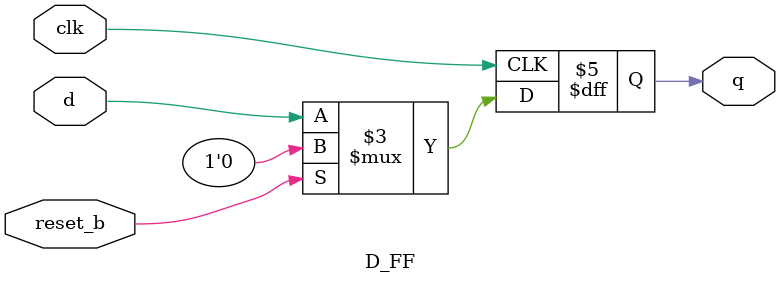
<source format=sv>
module D_FF
#(parameter WIDTH = 1)(
    input logic clk,
    input logic reset_b,     
    input logic [WIDTH-1:0] d,
    output logic [WIDTH-1:0] q
);

    always_ff @(posedge clk)
    begin
        if (reset_b)         // Active-high reset condition
            q <= {WIDTH{1'b0}};
        else 
            q <= d;
    end

endmodule
</source>
